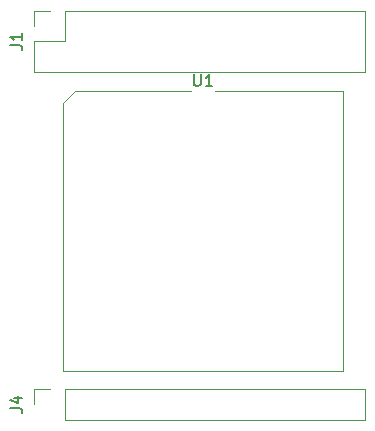
<source format=gbr>
G04 #@! TF.GenerationSoftware,KiCad,Pcbnew,5.1.2*
G04 #@! TF.CreationDate,2019-05-05T18:37:35+02:00*
G04 #@! TF.ProjectId,driverboard,64726976-6572-4626-9f61-72642e6b6963,rev?*
G04 #@! TF.SameCoordinates,Original*
G04 #@! TF.FileFunction,Legend,Top*
G04 #@! TF.FilePolarity,Positive*
%FSLAX46Y46*%
G04 Gerber Fmt 4.6, Leading zero omitted, Abs format (unit mm)*
G04 Created by KiCad (PCBNEW 5.1.2) date 2019-05-05 18:37:35*
%MOMM*%
%LPD*%
G04 APERTURE LIST*
%ADD10C,0.120000*%
%ADD11C,0.150000*%
G04 APERTURE END LIST*
D10*
X98670000Y-103870000D02*
X98670000Y-101270000D01*
X98670000Y-103870000D02*
X126730000Y-103870000D01*
X126730000Y-103870000D02*
X126730000Y-98670000D01*
X101270000Y-98670000D02*
X126730000Y-98670000D01*
X101270000Y-101270000D02*
X101270000Y-98670000D01*
X98670000Y-101270000D02*
X101270000Y-101270000D01*
X98670000Y-98670000D02*
X100000000Y-98670000D01*
X98670000Y-100000000D02*
X98670000Y-98670000D01*
X101270000Y-133330000D02*
X101270000Y-130670000D01*
X101270000Y-133330000D02*
X126730000Y-133330000D01*
X126730000Y-133330000D02*
X126730000Y-130670000D01*
X101270000Y-130670000D02*
X126730000Y-130670000D01*
X98670000Y-130670000D02*
X100000000Y-130670000D01*
X98670000Y-132000000D02*
X98670000Y-130670000D01*
X111980000Y-105500000D02*
X102130000Y-105500000D01*
X102130000Y-105500000D02*
X101130000Y-106500000D01*
X101130000Y-106500000D02*
X101130000Y-129200000D01*
X101130000Y-129200000D02*
X124830000Y-129200000D01*
X124830000Y-129200000D02*
X124830000Y-105500000D01*
X124830000Y-105500000D02*
X113980000Y-105500000D01*
D11*
X96682380Y-101603333D02*
X97396666Y-101603333D01*
X97539523Y-101650952D01*
X97634761Y-101746190D01*
X97682380Y-101889047D01*
X97682380Y-101984285D01*
X97682380Y-100603333D02*
X97682380Y-101174761D01*
X97682380Y-100889047D02*
X96682380Y-100889047D01*
X96825238Y-100984285D01*
X96920476Y-101079523D01*
X96968095Y-101174761D01*
X96682380Y-132333333D02*
X97396666Y-132333333D01*
X97539523Y-132380952D01*
X97634761Y-132476190D01*
X97682380Y-132619047D01*
X97682380Y-132714285D01*
X97015714Y-131428571D02*
X97682380Y-131428571D01*
X96634761Y-131666666D02*
X97349047Y-131904761D01*
X97349047Y-131285714D01*
X112218095Y-104052380D02*
X112218095Y-104861904D01*
X112265714Y-104957142D01*
X112313333Y-105004761D01*
X112408571Y-105052380D01*
X112599047Y-105052380D01*
X112694285Y-105004761D01*
X112741904Y-104957142D01*
X112789523Y-104861904D01*
X112789523Y-104052380D01*
X113789523Y-105052380D02*
X113218095Y-105052380D01*
X113503809Y-105052380D02*
X113503809Y-104052380D01*
X113408571Y-104195238D01*
X113313333Y-104290476D01*
X113218095Y-104338095D01*
M02*

</source>
